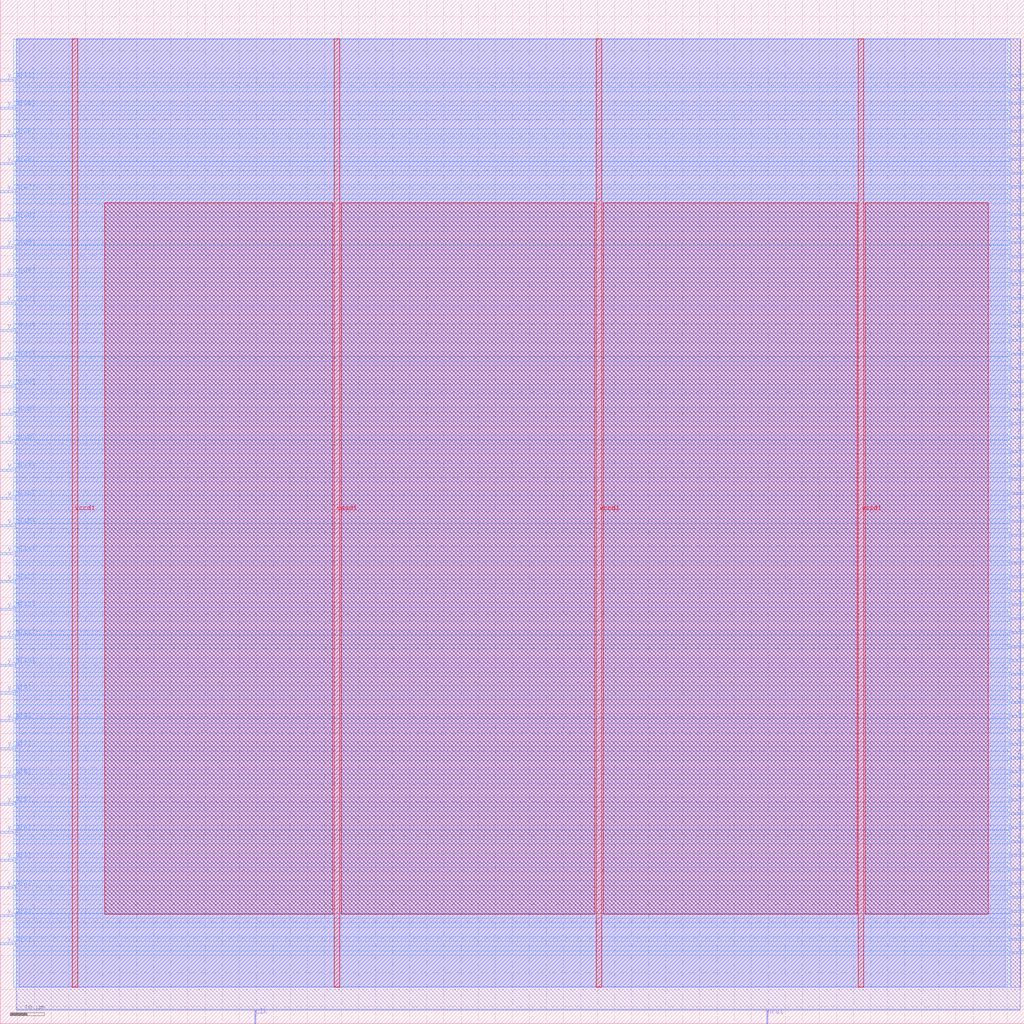
<source format=lef>
VERSION 5.7 ;
  NOWIREEXTENSIONATPIN ON ;
  DIVIDERCHAR "/" ;
  BUSBITCHARS "[]" ;
MACRO mac_piped
  CLASS BLOCK ;
  FOREIGN mac_piped ;
  ORIGIN 0.000 0.000 ;
  SIZE 300.000 BY 300.000 ;
  PIN a_i[0]
    DIRECTION INPUT ;
    USE SIGNAL ;
    ANTENNAGATEAREA 0.213000 ;
    PORT
      LAYER met3 ;
        RECT 296.000 20.440 300.000 21.040 ;
    END
  END a_i[0]
  PIN a_i[10]
    DIRECTION INPUT ;
    USE SIGNAL ;
    ANTENNAGATEAREA 0.196500 ;
    PORT
      LAYER met3 ;
        RECT 296.000 61.240 300.000 61.840 ;
    END
  END a_i[10]
  PIN a_i[11]
    DIRECTION INPUT ;
    USE SIGNAL ;
    ANTENNAGATEAREA 0.213000 ;
    PORT
      LAYER met3 ;
        RECT 296.000 65.320 300.000 65.920 ;
    END
  END a_i[11]
  PIN a_i[12]
    DIRECTION INPUT ;
    USE SIGNAL ;
    ANTENNAGATEAREA 0.159000 ;
    PORT
      LAYER met3 ;
        RECT 296.000 69.400 300.000 70.000 ;
    END
  END a_i[12]
  PIN a_i[13]
    DIRECTION INPUT ;
    USE SIGNAL ;
    ANTENNAGATEAREA 0.247500 ;
    PORT
      LAYER met3 ;
        RECT 296.000 73.480 300.000 74.080 ;
    END
  END a_i[13]
  PIN a_i[14]
    DIRECTION INPUT ;
    USE SIGNAL ;
    ANTENNAGATEAREA 0.213000 ;
    PORT
      LAYER met3 ;
        RECT 296.000 77.560 300.000 78.160 ;
    END
  END a_i[14]
  PIN a_i[15]
    DIRECTION INPUT ;
    USE SIGNAL ;
    ANTENNAGATEAREA 0.213000 ;
    PORT
      LAYER met3 ;
        RECT 296.000 81.640 300.000 82.240 ;
    END
  END a_i[15]
  PIN a_i[16]
    DIRECTION INPUT ;
    USE SIGNAL ;
    ANTENNAGATEAREA 0.159000 ;
    PORT
      LAYER met3 ;
        RECT 296.000 85.720 300.000 86.320 ;
    END
  END a_i[16]
  PIN a_i[17]
    DIRECTION INPUT ;
    USE SIGNAL ;
    ANTENNAGATEAREA 0.126000 ;
    PORT
      LAYER met3 ;
        RECT 296.000 89.800 300.000 90.400 ;
    END
  END a_i[17]
  PIN a_i[18]
    DIRECTION INPUT ;
    USE SIGNAL ;
    ANTENNAGATEAREA 0.196500 ;
    PORT
      LAYER met3 ;
        RECT 296.000 93.880 300.000 94.480 ;
    END
  END a_i[18]
  PIN a_i[19]
    DIRECTION INPUT ;
    USE SIGNAL ;
    ANTENNAGATEAREA 0.196500 ;
    PORT
      LAYER met3 ;
        RECT 296.000 97.960 300.000 98.560 ;
    END
  END a_i[19]
  PIN a_i[1]
    DIRECTION INPUT ;
    USE SIGNAL ;
    ANTENNAGATEAREA 0.159000 ;
    PORT
      LAYER met3 ;
        RECT 296.000 24.520 300.000 25.120 ;
    END
  END a_i[1]
  PIN a_i[20]
    DIRECTION INPUT ;
    USE SIGNAL ;
    ANTENNAGATEAREA 0.196500 ;
    PORT
      LAYER met3 ;
        RECT 296.000 102.040 300.000 102.640 ;
    END
  END a_i[20]
  PIN a_i[21]
    DIRECTION INPUT ;
    USE SIGNAL ;
    ANTENNAGATEAREA 0.196500 ;
    PORT
      LAYER met3 ;
        RECT 296.000 106.120 300.000 106.720 ;
    END
  END a_i[21]
  PIN a_i[22]
    DIRECTION INPUT ;
    USE SIGNAL ;
    ANTENNAGATEAREA 0.196500 ;
    PORT
      LAYER met3 ;
        RECT 296.000 110.200 300.000 110.800 ;
    END
  END a_i[22]
  PIN a_i[23]
    DIRECTION INPUT ;
    USE SIGNAL ;
    ANTENNAGATEAREA 0.196500 ;
    PORT
      LAYER met3 ;
        RECT 296.000 114.280 300.000 114.880 ;
    END
  END a_i[23]
  PIN a_i[24]
    DIRECTION INPUT ;
    USE SIGNAL ;
    ANTENNAGATEAREA 0.213000 ;
    PORT
      LAYER met3 ;
        RECT 296.000 118.360 300.000 118.960 ;
    END
  END a_i[24]
  PIN a_i[25]
    DIRECTION INPUT ;
    USE SIGNAL ;
    ANTENNAGATEAREA 0.213000 ;
    PORT
      LAYER met3 ;
        RECT 296.000 122.440 300.000 123.040 ;
    END
  END a_i[25]
  PIN a_i[26]
    DIRECTION INPUT ;
    USE SIGNAL ;
    ANTENNAGATEAREA 0.159000 ;
    PORT
      LAYER met3 ;
        RECT 296.000 126.520 300.000 127.120 ;
    END
  END a_i[26]
  PIN a_i[27]
    DIRECTION INPUT ;
    USE SIGNAL ;
    ANTENNAGATEAREA 0.213000 ;
    PORT
      LAYER met3 ;
        RECT 296.000 130.600 300.000 131.200 ;
    END
  END a_i[27]
  PIN a_i[28]
    DIRECTION INPUT ;
    USE SIGNAL ;
    ANTENNAGATEAREA 0.213000 ;
    PORT
      LAYER met3 ;
        RECT 296.000 134.680 300.000 135.280 ;
    END
  END a_i[28]
  PIN a_i[29]
    DIRECTION INPUT ;
    USE SIGNAL ;
    ANTENNAGATEAREA 0.196500 ;
    PORT
      LAYER met3 ;
        RECT 296.000 138.760 300.000 139.360 ;
    END
  END a_i[29]
  PIN a_i[2]
    DIRECTION INPUT ;
    USE SIGNAL ;
    ANTENNAGATEAREA 0.213000 ;
    PORT
      LAYER met3 ;
        RECT 296.000 28.600 300.000 29.200 ;
    END
  END a_i[2]
  PIN a_i[30]
    DIRECTION INPUT ;
    USE SIGNAL ;
    ANTENNAGATEAREA 0.196500 ;
    PORT
      LAYER met3 ;
        RECT 296.000 142.840 300.000 143.440 ;
    END
  END a_i[30]
  PIN a_i[31]
    DIRECTION INPUT ;
    USE SIGNAL ;
    ANTENNAGATEAREA 0.196500 ;
    PORT
      LAYER met3 ;
        RECT 296.000 146.920 300.000 147.520 ;
    END
  END a_i[31]
  PIN a_i[3]
    DIRECTION INPUT ;
    USE SIGNAL ;
    ANTENNAGATEAREA 0.196500 ;
    PORT
      LAYER met3 ;
        RECT 296.000 32.680 300.000 33.280 ;
    END
  END a_i[3]
  PIN a_i[4]
    DIRECTION INPUT ;
    USE SIGNAL ;
    ANTENNAGATEAREA 0.196500 ;
    PORT
      LAYER met3 ;
        RECT 296.000 36.760 300.000 37.360 ;
    END
  END a_i[4]
  PIN a_i[5]
    DIRECTION INPUT ;
    USE SIGNAL ;
    ANTENNAGATEAREA 0.196500 ;
    PORT
      LAYER met3 ;
        RECT 296.000 40.840 300.000 41.440 ;
    END
  END a_i[5]
  PIN a_i[6]
    DIRECTION INPUT ;
    USE SIGNAL ;
    ANTENNAGATEAREA 0.196500 ;
    PORT
      LAYER met3 ;
        RECT 296.000 44.920 300.000 45.520 ;
    END
  END a_i[6]
  PIN a_i[7]
    DIRECTION INPUT ;
    USE SIGNAL ;
    ANTENNAGATEAREA 0.196500 ;
    PORT
      LAYER met3 ;
        RECT 296.000 49.000 300.000 49.600 ;
    END
  END a_i[7]
  PIN a_i[8]
    DIRECTION INPUT ;
    USE SIGNAL ;
    ANTENNAGATEAREA 0.196500 ;
    PORT
      LAYER met3 ;
        RECT 296.000 53.080 300.000 53.680 ;
    END
  END a_i[8]
  PIN a_i[9]
    DIRECTION INPUT ;
    USE SIGNAL ;
    ANTENNAGATEAREA 0.196500 ;
    PORT
      LAYER met3 ;
        RECT 296.000 57.160 300.000 57.760 ;
    END
  END a_i[9]
  PIN b_i[0]
    DIRECTION INPUT ;
    USE SIGNAL ;
    ANTENNAGATEAREA 0.213000 ;
    PORT
      LAYER met3 ;
        RECT 296.000 151.000 300.000 151.600 ;
    END
  END b_i[0]
  PIN b_i[10]
    DIRECTION INPUT ;
    USE SIGNAL ;
    ANTENNAGATEAREA 0.196500 ;
    PORT
      LAYER met3 ;
        RECT 296.000 191.800 300.000 192.400 ;
    END
  END b_i[10]
  PIN b_i[11]
    DIRECTION INPUT ;
    USE SIGNAL ;
    ANTENNAGATEAREA 0.213000 ;
    PORT
      LAYER met3 ;
        RECT 296.000 195.880 300.000 196.480 ;
    END
  END b_i[11]
  PIN b_i[12]
    DIRECTION INPUT ;
    USE SIGNAL ;
    ANTENNAGATEAREA 0.213000 ;
    PORT
      LAYER met3 ;
        RECT 296.000 199.960 300.000 200.560 ;
    END
  END b_i[12]
  PIN b_i[13]
    DIRECTION INPUT ;
    USE SIGNAL ;
    ANTENNAGATEAREA 0.213000 ;
    PORT
      LAYER met3 ;
        RECT 296.000 204.040 300.000 204.640 ;
    END
  END b_i[13]
  PIN b_i[14]
    DIRECTION INPUT ;
    USE SIGNAL ;
    ANTENNAGATEAREA 0.159000 ;
    PORT
      LAYER met3 ;
        RECT 296.000 208.120 300.000 208.720 ;
    END
  END b_i[14]
  PIN b_i[15]
    DIRECTION INPUT ;
    USE SIGNAL ;
    ANTENNAGATEAREA 0.213000 ;
    PORT
      LAYER met3 ;
        RECT 296.000 212.200 300.000 212.800 ;
    END
  END b_i[15]
  PIN b_i[16]
    DIRECTION INPUT ;
    USE SIGNAL ;
    ANTENNAGATEAREA 0.159000 ;
    PORT
      LAYER met3 ;
        RECT 296.000 216.280 300.000 216.880 ;
    END
  END b_i[16]
  PIN b_i[17]
    DIRECTION INPUT ;
    USE SIGNAL ;
    ANTENNAGATEAREA 0.196500 ;
    PORT
      LAYER met3 ;
        RECT 296.000 220.360 300.000 220.960 ;
    END
  END b_i[17]
  PIN b_i[18]
    DIRECTION INPUT ;
    USE SIGNAL ;
    ANTENNAGATEAREA 0.196500 ;
    PORT
      LAYER met3 ;
        RECT 296.000 224.440 300.000 225.040 ;
    END
  END b_i[18]
  PIN b_i[19]
    DIRECTION INPUT ;
    USE SIGNAL ;
    ANTENNAGATEAREA 0.213000 ;
    PORT
      LAYER met3 ;
        RECT 296.000 228.520 300.000 229.120 ;
    END
  END b_i[19]
  PIN b_i[1]
    DIRECTION INPUT ;
    USE SIGNAL ;
    ANTENNAGATEAREA 0.247500 ;
    PORT
      LAYER met3 ;
        RECT 296.000 155.080 300.000 155.680 ;
    END
  END b_i[1]
  PIN b_i[20]
    DIRECTION INPUT ;
    USE SIGNAL ;
    ANTENNAGATEAREA 0.196500 ;
    PORT
      LAYER met3 ;
        RECT 296.000 232.600 300.000 233.200 ;
    END
  END b_i[20]
  PIN b_i[21]
    DIRECTION INPUT ;
    USE SIGNAL ;
    ANTENNAGATEAREA 0.247500 ;
    PORT
      LAYER met3 ;
        RECT 296.000 236.680 300.000 237.280 ;
    END
  END b_i[21]
  PIN b_i[22]
    DIRECTION INPUT ;
    USE SIGNAL ;
    ANTENNAGATEAREA 0.196500 ;
    PORT
      LAYER met3 ;
        RECT 296.000 240.760 300.000 241.360 ;
    END
  END b_i[22]
  PIN b_i[23]
    DIRECTION INPUT ;
    USE SIGNAL ;
    ANTENNAGATEAREA 0.196500 ;
    PORT
      LAYER met3 ;
        RECT 296.000 244.840 300.000 245.440 ;
    END
  END b_i[23]
  PIN b_i[24]
    DIRECTION INPUT ;
    USE SIGNAL ;
    ANTENNAGATEAREA 0.247500 ;
    PORT
      LAYER met3 ;
        RECT 296.000 248.920 300.000 249.520 ;
    END
  END b_i[24]
  PIN b_i[25]
    DIRECTION INPUT ;
    USE SIGNAL ;
    ANTENNAGATEAREA 0.247500 ;
    PORT
      LAYER met3 ;
        RECT 296.000 253.000 300.000 253.600 ;
    END
  END b_i[25]
  PIN b_i[26]
    DIRECTION INPUT ;
    USE SIGNAL ;
    ANTENNAGATEAREA 0.213000 ;
    PORT
      LAYER met3 ;
        RECT 296.000 257.080 300.000 257.680 ;
    END
  END b_i[26]
  PIN b_i[27]
    DIRECTION INPUT ;
    USE SIGNAL ;
    ANTENNAGATEAREA 0.213000 ;
    PORT
      LAYER met3 ;
        RECT 296.000 261.160 300.000 261.760 ;
    END
  END b_i[27]
  PIN b_i[28]
    DIRECTION INPUT ;
    USE SIGNAL ;
    ANTENNAGATEAREA 0.213000 ;
    PORT
      LAYER met3 ;
        RECT 296.000 265.240 300.000 265.840 ;
    END
  END b_i[28]
  PIN b_i[29]
    DIRECTION INPUT ;
    USE SIGNAL ;
    ANTENNAGATEAREA 0.159000 ;
    PORT
      LAYER met3 ;
        RECT 296.000 269.320 300.000 269.920 ;
    END
  END b_i[29]
  PIN b_i[2]
    DIRECTION INPUT ;
    USE SIGNAL ;
    ANTENNAGATEAREA 0.213000 ;
    PORT
      LAYER met3 ;
        RECT 296.000 159.160 300.000 159.760 ;
    END
  END b_i[2]
  PIN b_i[30]
    DIRECTION INPUT ;
    USE SIGNAL ;
    ANTENNAGATEAREA 0.213000 ;
    PORT
      LAYER met3 ;
        RECT 296.000 273.400 300.000 274.000 ;
    END
  END b_i[30]
  PIN b_i[31]
    DIRECTION INPUT ;
    USE SIGNAL ;
    ANTENNAGATEAREA 0.126000 ;
    PORT
      LAYER met3 ;
        RECT 296.000 277.480 300.000 278.080 ;
    END
  END b_i[31]
  PIN b_i[3]
    DIRECTION INPUT ;
    USE SIGNAL ;
    ANTENNAGATEAREA 0.196500 ;
    PORT
      LAYER met3 ;
        RECT 296.000 163.240 300.000 163.840 ;
    END
  END b_i[3]
  PIN b_i[4]
    DIRECTION INPUT ;
    USE SIGNAL ;
    ANTENNAGATEAREA 0.196500 ;
    PORT
      LAYER met3 ;
        RECT 296.000 167.320 300.000 167.920 ;
    END
  END b_i[4]
  PIN b_i[5]
    DIRECTION INPUT ;
    USE SIGNAL ;
    ANTENNAGATEAREA 0.196500 ;
    PORT
      LAYER met3 ;
        RECT 296.000 171.400 300.000 172.000 ;
    END
  END b_i[5]
  PIN b_i[6]
    DIRECTION INPUT ;
    USE SIGNAL ;
    ANTENNAGATEAREA 0.196500 ;
    PORT
      LAYER met3 ;
        RECT 296.000 175.480 300.000 176.080 ;
    END
  END b_i[6]
  PIN b_i[7]
    DIRECTION INPUT ;
    USE SIGNAL ;
    ANTENNAGATEAREA 0.196500 ;
    PORT
      LAYER met3 ;
        RECT 296.000 179.560 300.000 180.160 ;
    END
  END b_i[7]
  PIN b_i[8]
    DIRECTION INPUT ;
    USE SIGNAL ;
    ANTENNAGATEAREA 0.196500 ;
    PORT
      LAYER met3 ;
        RECT 296.000 183.640 300.000 184.240 ;
    END
  END b_i[8]
  PIN b_i[9]
    DIRECTION INPUT ;
    USE SIGNAL ;
    ANTENNAGATEAREA 0.196500 ;
    PORT
      LAYER met3 ;
        RECT 296.000 187.720 300.000 188.320 ;
    END
  END b_i[9]
  PIN clk
    DIRECTION INPUT ;
    USE SIGNAL ;
    ANTENNAGATEAREA 0.852000 ;
    PORT
      LAYER met2 ;
        RECT 74.610 0.000 74.890 4.000 ;
    END
  END clk
  PIN nrst
    DIRECTION INPUT ;
    USE SIGNAL ;
    ANTENNAGATEAREA 0.213000 ;
    PORT
      LAYER met2 ;
        RECT 224.570 0.000 224.850 4.000 ;
    END
  END nrst
  PIN vccd1
    DIRECTION INOUT ;
    USE POWER ;
    PORT
      LAYER met4 ;
        RECT 21.040 10.640 22.640 288.560 ;
    END
    PORT
      LAYER met4 ;
        RECT 174.640 10.640 176.240 288.560 ;
    END
  END vccd1
  PIN vssd1
    DIRECTION INOUT ;
    USE GROUND ;
    PORT
      LAYER met4 ;
        RECT 97.840 10.640 99.440 288.560 ;
    END
    PORT
      LAYER met4 ;
        RECT 251.440 10.640 253.040 288.560 ;
    END
  END vssd1
  PIN y_o[0]
    DIRECTION OUTPUT TRISTATE ;
    USE SIGNAL ;
    ANTENNADIFFAREA 2.673000 ;
    PORT
      LAYER met3 ;
        RECT 0.000 23.160 4.000 23.760 ;
    END
  END y_o[0]
  PIN y_o[10]
    DIRECTION OUTPUT TRISTATE ;
    USE SIGNAL ;
    ANTENNADIFFAREA 2.673000 ;
    PORT
      LAYER met3 ;
        RECT 0.000 104.760 4.000 105.360 ;
    END
  END y_o[10]
  PIN y_o[11]
    DIRECTION OUTPUT TRISTATE ;
    USE SIGNAL ;
    ANTENNADIFFAREA 2.673000 ;
    PORT
      LAYER met3 ;
        RECT 0.000 112.920 4.000 113.520 ;
    END
  END y_o[11]
  PIN y_o[12]
    DIRECTION OUTPUT TRISTATE ;
    USE SIGNAL ;
    ANTENNADIFFAREA 2.673000 ;
    PORT
      LAYER met3 ;
        RECT 0.000 121.080 4.000 121.680 ;
    END
  END y_o[12]
  PIN y_o[13]
    DIRECTION OUTPUT TRISTATE ;
    USE SIGNAL ;
    ANTENNADIFFAREA 2.673000 ;
    PORT
      LAYER met3 ;
        RECT 0.000 129.240 4.000 129.840 ;
    END
  END y_o[13]
  PIN y_o[14]
    DIRECTION OUTPUT TRISTATE ;
    USE SIGNAL ;
    ANTENNADIFFAREA 2.673000 ;
    PORT
      LAYER met3 ;
        RECT 0.000 137.400 4.000 138.000 ;
    END
  END y_o[14]
  PIN y_o[15]
    DIRECTION OUTPUT TRISTATE ;
    USE SIGNAL ;
    ANTENNADIFFAREA 2.673000 ;
    PORT
      LAYER met3 ;
        RECT 0.000 145.560 4.000 146.160 ;
    END
  END y_o[15]
  PIN y_o[16]
    DIRECTION OUTPUT TRISTATE ;
    USE SIGNAL ;
    ANTENNADIFFAREA 2.673000 ;
    PORT
      LAYER met3 ;
        RECT 0.000 153.720 4.000 154.320 ;
    END
  END y_o[16]
  PIN y_o[17]
    DIRECTION OUTPUT TRISTATE ;
    USE SIGNAL ;
    ANTENNADIFFAREA 2.673000 ;
    PORT
      LAYER met3 ;
        RECT 0.000 161.880 4.000 162.480 ;
    END
  END y_o[17]
  PIN y_o[18]
    DIRECTION OUTPUT TRISTATE ;
    USE SIGNAL ;
    ANTENNADIFFAREA 2.673000 ;
    PORT
      LAYER met3 ;
        RECT 0.000 170.040 4.000 170.640 ;
    END
  END y_o[18]
  PIN y_o[19]
    DIRECTION OUTPUT TRISTATE ;
    USE SIGNAL ;
    ANTENNADIFFAREA 2.673000 ;
    PORT
      LAYER met3 ;
        RECT 0.000 178.200 4.000 178.800 ;
    END
  END y_o[19]
  PIN y_o[1]
    DIRECTION OUTPUT TRISTATE ;
    USE SIGNAL ;
    ANTENNADIFFAREA 2.673000 ;
    PORT
      LAYER met3 ;
        RECT 0.000 31.320 4.000 31.920 ;
    END
  END y_o[1]
  PIN y_o[20]
    DIRECTION OUTPUT TRISTATE ;
    USE SIGNAL ;
    ANTENNADIFFAREA 2.673000 ;
    PORT
      LAYER met3 ;
        RECT 0.000 186.360 4.000 186.960 ;
    END
  END y_o[20]
  PIN y_o[21]
    DIRECTION OUTPUT TRISTATE ;
    USE SIGNAL ;
    ANTENNADIFFAREA 2.673000 ;
    PORT
      LAYER met3 ;
        RECT 0.000 194.520 4.000 195.120 ;
    END
  END y_o[21]
  PIN y_o[22]
    DIRECTION OUTPUT TRISTATE ;
    USE SIGNAL ;
    ANTENNADIFFAREA 2.673000 ;
    PORT
      LAYER met3 ;
        RECT 0.000 202.680 4.000 203.280 ;
    END
  END y_o[22]
  PIN y_o[23]
    DIRECTION OUTPUT TRISTATE ;
    USE SIGNAL ;
    ANTENNADIFFAREA 2.673000 ;
    PORT
      LAYER met3 ;
        RECT 0.000 210.840 4.000 211.440 ;
    END
  END y_o[23]
  PIN y_o[24]
    DIRECTION OUTPUT TRISTATE ;
    USE SIGNAL ;
    ANTENNADIFFAREA 2.673000 ;
    PORT
      LAYER met3 ;
        RECT 0.000 219.000 4.000 219.600 ;
    END
  END y_o[24]
  PIN y_o[25]
    DIRECTION OUTPUT TRISTATE ;
    USE SIGNAL ;
    ANTENNADIFFAREA 2.673000 ;
    PORT
      LAYER met3 ;
        RECT 0.000 227.160 4.000 227.760 ;
    END
  END y_o[25]
  PIN y_o[26]
    DIRECTION OUTPUT TRISTATE ;
    USE SIGNAL ;
    ANTENNADIFFAREA 2.673000 ;
    PORT
      LAYER met3 ;
        RECT 0.000 235.320 4.000 235.920 ;
    END
  END y_o[26]
  PIN y_o[27]
    DIRECTION OUTPUT TRISTATE ;
    USE SIGNAL ;
    ANTENNADIFFAREA 2.673000 ;
    PORT
      LAYER met3 ;
        RECT 0.000 243.480 4.000 244.080 ;
    END
  END y_o[27]
  PIN y_o[28]
    DIRECTION OUTPUT TRISTATE ;
    USE SIGNAL ;
    ANTENNADIFFAREA 2.673000 ;
    PORT
      LAYER met3 ;
        RECT 0.000 251.640 4.000 252.240 ;
    END
  END y_o[28]
  PIN y_o[29]
    DIRECTION OUTPUT TRISTATE ;
    USE SIGNAL ;
    ANTENNADIFFAREA 2.673000 ;
    PORT
      LAYER met3 ;
        RECT 0.000 259.800 4.000 260.400 ;
    END
  END y_o[29]
  PIN y_o[2]
    DIRECTION OUTPUT TRISTATE ;
    USE SIGNAL ;
    ANTENNADIFFAREA 2.673000 ;
    PORT
      LAYER met3 ;
        RECT 0.000 39.480 4.000 40.080 ;
    END
  END y_o[2]
  PIN y_o[30]
    DIRECTION OUTPUT TRISTATE ;
    USE SIGNAL ;
    ANTENNADIFFAREA 2.673000 ;
    PORT
      LAYER met3 ;
        RECT 0.000 267.960 4.000 268.560 ;
    END
  END y_o[30]
  PIN y_o[31]
    DIRECTION OUTPUT TRISTATE ;
    USE SIGNAL ;
    ANTENNADIFFAREA 2.673000 ;
    PORT
      LAYER met3 ;
        RECT 0.000 276.120 4.000 276.720 ;
    END
  END y_o[31]
  PIN y_o[3]
    DIRECTION OUTPUT TRISTATE ;
    USE SIGNAL ;
    ANTENNADIFFAREA 2.673000 ;
    PORT
      LAYER met3 ;
        RECT 0.000 47.640 4.000 48.240 ;
    END
  END y_o[3]
  PIN y_o[4]
    DIRECTION OUTPUT TRISTATE ;
    USE SIGNAL ;
    ANTENNADIFFAREA 2.673000 ;
    PORT
      LAYER met3 ;
        RECT 0.000 55.800 4.000 56.400 ;
    END
  END y_o[4]
  PIN y_o[5]
    DIRECTION OUTPUT TRISTATE ;
    USE SIGNAL ;
    ANTENNADIFFAREA 2.673000 ;
    PORT
      LAYER met3 ;
        RECT 0.000 63.960 4.000 64.560 ;
    END
  END y_o[5]
  PIN y_o[6]
    DIRECTION OUTPUT TRISTATE ;
    USE SIGNAL ;
    ANTENNADIFFAREA 2.673000 ;
    PORT
      LAYER met3 ;
        RECT 0.000 72.120 4.000 72.720 ;
    END
  END y_o[6]
  PIN y_o[7]
    DIRECTION OUTPUT TRISTATE ;
    USE SIGNAL ;
    ANTENNADIFFAREA 2.673000 ;
    PORT
      LAYER met3 ;
        RECT 0.000 80.280 4.000 80.880 ;
    END
  END y_o[7]
  PIN y_o[8]
    DIRECTION OUTPUT TRISTATE ;
    USE SIGNAL ;
    ANTENNADIFFAREA 2.673000 ;
    PORT
      LAYER met3 ;
        RECT 0.000 88.440 4.000 89.040 ;
    END
  END y_o[8]
  PIN y_o[9]
    DIRECTION OUTPUT TRISTATE ;
    USE SIGNAL ;
    ANTENNADIFFAREA 2.673000 ;
    PORT
      LAYER met3 ;
        RECT 0.000 96.600 4.000 97.200 ;
    END
  END y_o[9]
  OBS
      LAYER li1 ;
        RECT 5.520 10.795 294.400 288.405 ;
      LAYER met1 ;
        RECT 4.670 10.640 298.930 288.560 ;
      LAYER met2 ;
        RECT 4.690 4.280 298.900 288.505 ;
        RECT 4.690 4.000 74.330 4.280 ;
        RECT 75.170 4.000 224.290 4.280 ;
        RECT 225.130 4.000 298.900 4.280 ;
      LAYER met3 ;
        RECT 3.990 278.480 296.000 288.485 ;
        RECT 3.990 277.120 295.600 278.480 ;
        RECT 4.400 277.080 295.600 277.120 ;
        RECT 4.400 275.720 296.000 277.080 ;
        RECT 3.990 274.400 296.000 275.720 ;
        RECT 3.990 273.000 295.600 274.400 ;
        RECT 3.990 270.320 296.000 273.000 ;
        RECT 3.990 268.960 295.600 270.320 ;
        RECT 4.400 268.920 295.600 268.960 ;
        RECT 4.400 267.560 296.000 268.920 ;
        RECT 3.990 266.240 296.000 267.560 ;
        RECT 3.990 264.840 295.600 266.240 ;
        RECT 3.990 262.160 296.000 264.840 ;
        RECT 3.990 260.800 295.600 262.160 ;
        RECT 4.400 260.760 295.600 260.800 ;
        RECT 4.400 259.400 296.000 260.760 ;
        RECT 3.990 258.080 296.000 259.400 ;
        RECT 3.990 256.680 295.600 258.080 ;
        RECT 3.990 254.000 296.000 256.680 ;
        RECT 3.990 252.640 295.600 254.000 ;
        RECT 4.400 252.600 295.600 252.640 ;
        RECT 4.400 251.240 296.000 252.600 ;
        RECT 3.990 249.920 296.000 251.240 ;
        RECT 3.990 248.520 295.600 249.920 ;
        RECT 3.990 245.840 296.000 248.520 ;
        RECT 3.990 244.480 295.600 245.840 ;
        RECT 4.400 244.440 295.600 244.480 ;
        RECT 4.400 243.080 296.000 244.440 ;
        RECT 3.990 241.760 296.000 243.080 ;
        RECT 3.990 240.360 295.600 241.760 ;
        RECT 3.990 237.680 296.000 240.360 ;
        RECT 3.990 236.320 295.600 237.680 ;
        RECT 4.400 236.280 295.600 236.320 ;
        RECT 4.400 234.920 296.000 236.280 ;
        RECT 3.990 233.600 296.000 234.920 ;
        RECT 3.990 232.200 295.600 233.600 ;
        RECT 3.990 229.520 296.000 232.200 ;
        RECT 3.990 228.160 295.600 229.520 ;
        RECT 4.400 228.120 295.600 228.160 ;
        RECT 4.400 226.760 296.000 228.120 ;
        RECT 3.990 225.440 296.000 226.760 ;
        RECT 3.990 224.040 295.600 225.440 ;
        RECT 3.990 221.360 296.000 224.040 ;
        RECT 3.990 220.000 295.600 221.360 ;
        RECT 4.400 219.960 295.600 220.000 ;
        RECT 4.400 218.600 296.000 219.960 ;
        RECT 3.990 217.280 296.000 218.600 ;
        RECT 3.990 215.880 295.600 217.280 ;
        RECT 3.990 213.200 296.000 215.880 ;
        RECT 3.990 211.840 295.600 213.200 ;
        RECT 4.400 211.800 295.600 211.840 ;
        RECT 4.400 210.440 296.000 211.800 ;
        RECT 3.990 209.120 296.000 210.440 ;
        RECT 3.990 207.720 295.600 209.120 ;
        RECT 3.990 205.040 296.000 207.720 ;
        RECT 3.990 203.680 295.600 205.040 ;
        RECT 4.400 203.640 295.600 203.680 ;
        RECT 4.400 202.280 296.000 203.640 ;
        RECT 3.990 200.960 296.000 202.280 ;
        RECT 3.990 199.560 295.600 200.960 ;
        RECT 3.990 196.880 296.000 199.560 ;
        RECT 3.990 195.520 295.600 196.880 ;
        RECT 4.400 195.480 295.600 195.520 ;
        RECT 4.400 194.120 296.000 195.480 ;
        RECT 3.990 192.800 296.000 194.120 ;
        RECT 3.990 191.400 295.600 192.800 ;
        RECT 3.990 188.720 296.000 191.400 ;
        RECT 3.990 187.360 295.600 188.720 ;
        RECT 4.400 187.320 295.600 187.360 ;
        RECT 4.400 185.960 296.000 187.320 ;
        RECT 3.990 184.640 296.000 185.960 ;
        RECT 3.990 183.240 295.600 184.640 ;
        RECT 3.990 180.560 296.000 183.240 ;
        RECT 3.990 179.200 295.600 180.560 ;
        RECT 4.400 179.160 295.600 179.200 ;
        RECT 4.400 177.800 296.000 179.160 ;
        RECT 3.990 176.480 296.000 177.800 ;
        RECT 3.990 175.080 295.600 176.480 ;
        RECT 3.990 172.400 296.000 175.080 ;
        RECT 3.990 171.040 295.600 172.400 ;
        RECT 4.400 171.000 295.600 171.040 ;
        RECT 4.400 169.640 296.000 171.000 ;
        RECT 3.990 168.320 296.000 169.640 ;
        RECT 3.990 166.920 295.600 168.320 ;
        RECT 3.990 164.240 296.000 166.920 ;
        RECT 3.990 162.880 295.600 164.240 ;
        RECT 4.400 162.840 295.600 162.880 ;
        RECT 4.400 161.480 296.000 162.840 ;
        RECT 3.990 160.160 296.000 161.480 ;
        RECT 3.990 158.760 295.600 160.160 ;
        RECT 3.990 156.080 296.000 158.760 ;
        RECT 3.990 154.720 295.600 156.080 ;
        RECT 4.400 154.680 295.600 154.720 ;
        RECT 4.400 153.320 296.000 154.680 ;
        RECT 3.990 152.000 296.000 153.320 ;
        RECT 3.990 150.600 295.600 152.000 ;
        RECT 3.990 147.920 296.000 150.600 ;
        RECT 3.990 146.560 295.600 147.920 ;
        RECT 4.400 146.520 295.600 146.560 ;
        RECT 4.400 145.160 296.000 146.520 ;
        RECT 3.990 143.840 296.000 145.160 ;
        RECT 3.990 142.440 295.600 143.840 ;
        RECT 3.990 139.760 296.000 142.440 ;
        RECT 3.990 138.400 295.600 139.760 ;
        RECT 4.400 138.360 295.600 138.400 ;
        RECT 4.400 137.000 296.000 138.360 ;
        RECT 3.990 135.680 296.000 137.000 ;
        RECT 3.990 134.280 295.600 135.680 ;
        RECT 3.990 131.600 296.000 134.280 ;
        RECT 3.990 130.240 295.600 131.600 ;
        RECT 4.400 130.200 295.600 130.240 ;
        RECT 4.400 128.840 296.000 130.200 ;
        RECT 3.990 127.520 296.000 128.840 ;
        RECT 3.990 126.120 295.600 127.520 ;
        RECT 3.990 123.440 296.000 126.120 ;
        RECT 3.990 122.080 295.600 123.440 ;
        RECT 4.400 122.040 295.600 122.080 ;
        RECT 4.400 120.680 296.000 122.040 ;
        RECT 3.990 119.360 296.000 120.680 ;
        RECT 3.990 117.960 295.600 119.360 ;
        RECT 3.990 115.280 296.000 117.960 ;
        RECT 3.990 113.920 295.600 115.280 ;
        RECT 4.400 113.880 295.600 113.920 ;
        RECT 4.400 112.520 296.000 113.880 ;
        RECT 3.990 111.200 296.000 112.520 ;
        RECT 3.990 109.800 295.600 111.200 ;
        RECT 3.990 107.120 296.000 109.800 ;
        RECT 3.990 105.760 295.600 107.120 ;
        RECT 4.400 105.720 295.600 105.760 ;
        RECT 4.400 104.360 296.000 105.720 ;
        RECT 3.990 103.040 296.000 104.360 ;
        RECT 3.990 101.640 295.600 103.040 ;
        RECT 3.990 98.960 296.000 101.640 ;
        RECT 3.990 97.600 295.600 98.960 ;
        RECT 4.400 97.560 295.600 97.600 ;
        RECT 4.400 96.200 296.000 97.560 ;
        RECT 3.990 94.880 296.000 96.200 ;
        RECT 3.990 93.480 295.600 94.880 ;
        RECT 3.990 90.800 296.000 93.480 ;
        RECT 3.990 89.440 295.600 90.800 ;
        RECT 4.400 89.400 295.600 89.440 ;
        RECT 4.400 88.040 296.000 89.400 ;
        RECT 3.990 86.720 296.000 88.040 ;
        RECT 3.990 85.320 295.600 86.720 ;
        RECT 3.990 82.640 296.000 85.320 ;
        RECT 3.990 81.280 295.600 82.640 ;
        RECT 4.400 81.240 295.600 81.280 ;
        RECT 4.400 79.880 296.000 81.240 ;
        RECT 3.990 78.560 296.000 79.880 ;
        RECT 3.990 77.160 295.600 78.560 ;
        RECT 3.990 74.480 296.000 77.160 ;
        RECT 3.990 73.120 295.600 74.480 ;
        RECT 4.400 73.080 295.600 73.120 ;
        RECT 4.400 71.720 296.000 73.080 ;
        RECT 3.990 70.400 296.000 71.720 ;
        RECT 3.990 69.000 295.600 70.400 ;
        RECT 3.990 66.320 296.000 69.000 ;
        RECT 3.990 64.960 295.600 66.320 ;
        RECT 4.400 64.920 295.600 64.960 ;
        RECT 4.400 63.560 296.000 64.920 ;
        RECT 3.990 62.240 296.000 63.560 ;
        RECT 3.990 60.840 295.600 62.240 ;
        RECT 3.990 58.160 296.000 60.840 ;
        RECT 3.990 56.800 295.600 58.160 ;
        RECT 4.400 56.760 295.600 56.800 ;
        RECT 4.400 55.400 296.000 56.760 ;
        RECT 3.990 54.080 296.000 55.400 ;
        RECT 3.990 52.680 295.600 54.080 ;
        RECT 3.990 50.000 296.000 52.680 ;
        RECT 3.990 48.640 295.600 50.000 ;
        RECT 4.400 48.600 295.600 48.640 ;
        RECT 4.400 47.240 296.000 48.600 ;
        RECT 3.990 45.920 296.000 47.240 ;
        RECT 3.990 44.520 295.600 45.920 ;
        RECT 3.990 41.840 296.000 44.520 ;
        RECT 3.990 40.480 295.600 41.840 ;
        RECT 4.400 40.440 295.600 40.480 ;
        RECT 4.400 39.080 296.000 40.440 ;
        RECT 3.990 37.760 296.000 39.080 ;
        RECT 3.990 36.360 295.600 37.760 ;
        RECT 3.990 33.680 296.000 36.360 ;
        RECT 3.990 32.320 295.600 33.680 ;
        RECT 4.400 32.280 295.600 32.320 ;
        RECT 4.400 30.920 296.000 32.280 ;
        RECT 3.990 29.600 296.000 30.920 ;
        RECT 3.990 28.200 295.600 29.600 ;
        RECT 3.990 25.520 296.000 28.200 ;
        RECT 3.990 24.160 295.600 25.520 ;
        RECT 4.400 24.120 295.600 24.160 ;
        RECT 4.400 22.760 296.000 24.120 ;
        RECT 3.990 21.440 296.000 22.760 ;
        RECT 3.990 20.040 295.600 21.440 ;
        RECT 3.990 10.715 296.000 20.040 ;
      LAYER met4 ;
        RECT 30.655 32.135 97.440 240.545 ;
        RECT 99.840 32.135 174.240 240.545 ;
        RECT 176.640 32.135 251.040 240.545 ;
        RECT 253.440 32.135 289.505 240.545 ;
  END
END mac_piped
END LIBRARY


</source>
